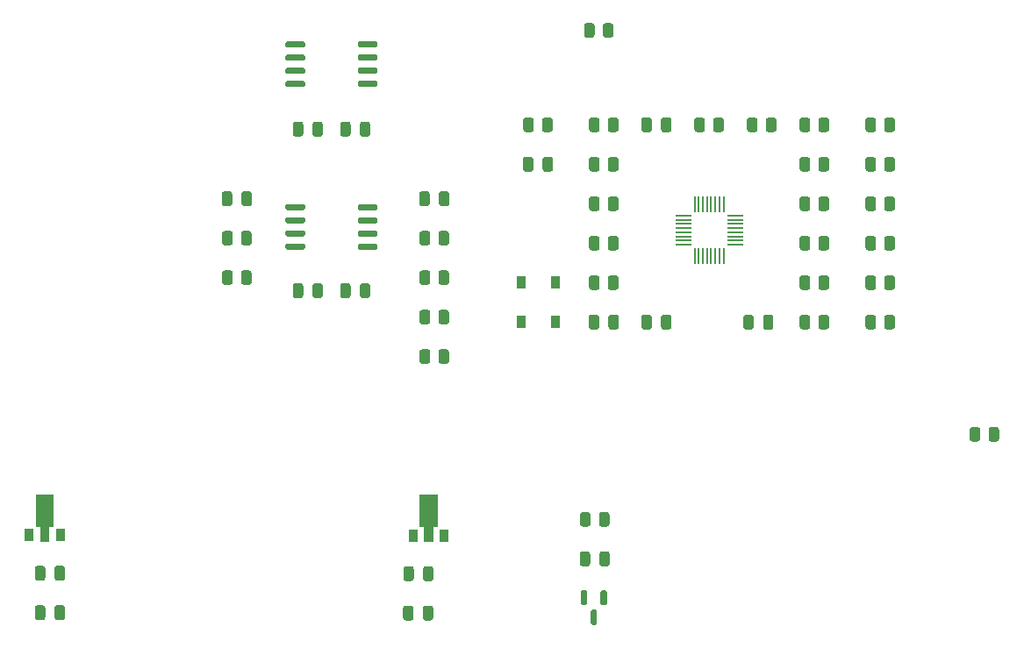
<source format=gbp>
G04 #@! TF.GenerationSoftware,KiCad,Pcbnew,6.0.5+dfsg-1~bpo11+1*
G04 #@! TF.CreationDate,2022-07-21T21:01:22+00:00*
G04 #@! TF.ProjectId,mod_osc_board,6d6f645f-6f73-4635-9f62-6f6172642e6b,0*
G04 #@! TF.SameCoordinates,Original*
G04 #@! TF.FileFunction,Paste,Bot*
G04 #@! TF.FilePolarity,Positive*
%FSLAX46Y46*%
G04 Gerber Fmt 4.6, Leading zero omitted, Abs format (unit mm)*
G04 Created by KiCad (PCBNEW 6.0.5+dfsg-1~bpo11+1) date 2022-07-21 21:01:22*
%MOMM*%
%LPD*%
G01*
G04 APERTURE LIST*
%ADD10R,0.900000X1.200000*%
%ADD11R,0.900000X1.300000*%
%ADD12R,1.500000X0.200000*%
%ADD13R,0.200000X1.500000*%
G04 APERTURE END LIST*
D10*
X150849600Y-103078400D03*
X147549600Y-103078400D03*
G36*
G01*
X137777400Y-95408600D02*
X137777400Y-94508600D01*
G75*
G02*
X138027400Y-94258600I250000J0D01*
G01*
X138552400Y-94258600D01*
G75*
G02*
X138802400Y-94508600I0J-250000D01*
G01*
X138802400Y-95408600D01*
G75*
G02*
X138552400Y-95658600I-250000J0D01*
G01*
X138027400Y-95658600D01*
G75*
G02*
X137777400Y-95408600I0J250000D01*
G01*
G37*
G36*
G01*
X139602400Y-95408600D02*
X139602400Y-94508600D01*
G75*
G02*
X139852400Y-94258600I250000J0D01*
G01*
X140377400Y-94258600D01*
G75*
G02*
X140627400Y-94508600I0J-250000D01*
G01*
X140627400Y-95408600D01*
G75*
G02*
X140377400Y-95658600I-250000J0D01*
G01*
X139852400Y-95658600D01*
G75*
G02*
X139602400Y-95408600I0J250000D01*
G01*
G37*
G36*
G01*
X156974600Y-95008400D02*
X156974600Y-95908400D01*
G75*
G02*
X156724600Y-96158400I-250000J0D01*
G01*
X156199600Y-96158400D01*
G75*
G02*
X155949600Y-95908400I0J250000D01*
G01*
X155949600Y-95008400D01*
G75*
G02*
X156199600Y-94758400I250000J0D01*
G01*
X156724600Y-94758400D01*
G75*
G02*
X156974600Y-95008400I0J-250000D01*
G01*
G37*
G36*
G01*
X155149600Y-95008400D02*
X155149600Y-95908400D01*
G75*
G02*
X154899600Y-96158400I-250000J0D01*
G01*
X154374600Y-96158400D01*
G75*
G02*
X154124600Y-95908400I0J250000D01*
G01*
X154124600Y-95008400D01*
G75*
G02*
X154374600Y-94758400I250000J0D01*
G01*
X154899600Y-94758400D01*
G75*
G02*
X155149600Y-95008400I0J-250000D01*
G01*
G37*
G36*
G01*
X103558000Y-126847300D02*
X103558000Y-127797300D01*
G75*
G02*
X103308000Y-128047300I-250000J0D01*
G01*
X102808000Y-128047300D01*
G75*
G02*
X102558000Y-127797300I0J250000D01*
G01*
X102558000Y-126847300D01*
G75*
G02*
X102808000Y-126597300I250000J0D01*
G01*
X103308000Y-126597300D01*
G75*
G02*
X103558000Y-126847300I0J-250000D01*
G01*
G37*
G36*
G01*
X101658000Y-126847300D02*
X101658000Y-127797300D01*
G75*
G02*
X101408000Y-128047300I-250000J0D01*
G01*
X100908000Y-128047300D01*
G75*
G02*
X100658000Y-127797300I0J250000D01*
G01*
X100658000Y-126847300D01*
G75*
G02*
X100908000Y-126597300I250000J0D01*
G01*
X101408000Y-126597300D01*
G75*
G02*
X101658000Y-126847300I0J-250000D01*
G01*
G37*
G36*
G01*
X180794600Y-88288400D02*
X180794600Y-87388400D01*
G75*
G02*
X181044600Y-87138400I250000J0D01*
G01*
X181569600Y-87138400D01*
G75*
G02*
X181819600Y-87388400I0J-250000D01*
G01*
X181819600Y-88288400D01*
G75*
G02*
X181569600Y-88538400I-250000J0D01*
G01*
X181044600Y-88538400D01*
G75*
G02*
X180794600Y-88288400I0J250000D01*
G01*
G37*
G36*
G01*
X182619600Y-88288400D02*
X182619600Y-87388400D01*
G75*
G02*
X182869600Y-87138400I250000J0D01*
G01*
X183394600Y-87138400D01*
G75*
G02*
X183644600Y-87388400I0J-250000D01*
G01*
X183644600Y-88288400D01*
G75*
G02*
X183394600Y-88538400I-250000J0D01*
G01*
X182869600Y-88538400D01*
G75*
G02*
X182619600Y-88288400I0J250000D01*
G01*
G37*
G36*
G01*
X162079600Y-102603400D02*
X162079600Y-103553400D01*
G75*
G02*
X161829600Y-103803400I-250000J0D01*
G01*
X161329600Y-103803400D01*
G75*
G02*
X161079600Y-103553400I0J250000D01*
G01*
X161079600Y-102603400D01*
G75*
G02*
X161329600Y-102353400I250000J0D01*
G01*
X161829600Y-102353400D01*
G75*
G02*
X162079600Y-102603400I0J-250000D01*
G01*
G37*
G36*
G01*
X160179600Y-102603400D02*
X160179600Y-103553400D01*
G75*
G02*
X159929600Y-103803400I-250000J0D01*
G01*
X159429600Y-103803400D01*
G75*
G02*
X159179600Y-103553400I0J250000D01*
G01*
X159179600Y-102603400D01*
G75*
G02*
X159429600Y-102353400I250000J0D01*
G01*
X159929600Y-102353400D01*
G75*
G02*
X160179600Y-102603400I0J-250000D01*
G01*
G37*
G36*
G01*
X128450000Y-99563600D02*
X128450000Y-100513600D01*
G75*
G02*
X128200000Y-100763600I-250000J0D01*
G01*
X127700000Y-100763600D01*
G75*
G02*
X127450000Y-100513600I0J250000D01*
G01*
X127450000Y-99563600D01*
G75*
G02*
X127700000Y-99313600I250000J0D01*
G01*
X128200000Y-99313600D01*
G75*
G02*
X128450000Y-99563600I0J-250000D01*
G01*
G37*
G36*
G01*
X126550000Y-99563600D02*
X126550000Y-100513600D01*
G75*
G02*
X126300000Y-100763600I-250000J0D01*
G01*
X125800000Y-100763600D01*
G75*
G02*
X125550000Y-100513600I0J250000D01*
G01*
X125550000Y-99563600D01*
G75*
G02*
X125800000Y-99313600I250000J0D01*
G01*
X126300000Y-99313600D01*
G75*
G02*
X126550000Y-99563600I0J-250000D01*
G01*
G37*
G36*
G01*
X137752400Y-91623600D02*
X137752400Y-90673600D01*
G75*
G02*
X138002400Y-90423600I250000J0D01*
G01*
X138502400Y-90423600D01*
G75*
G02*
X138752400Y-90673600I0J-250000D01*
G01*
X138752400Y-91623600D01*
G75*
G02*
X138502400Y-91873600I-250000J0D01*
G01*
X138002400Y-91873600D01*
G75*
G02*
X137752400Y-91623600I0J250000D01*
G01*
G37*
G36*
G01*
X139652400Y-91623600D02*
X139652400Y-90673600D01*
G75*
G02*
X139902400Y-90423600I250000J0D01*
G01*
X140402400Y-90423600D01*
G75*
G02*
X140652400Y-90673600I0J-250000D01*
G01*
X140652400Y-91623600D01*
G75*
G02*
X140402400Y-91873600I-250000J0D01*
G01*
X139902400Y-91873600D01*
G75*
G02*
X139652400Y-91623600I0J250000D01*
G01*
G37*
G36*
G01*
X133736000Y-91828600D02*
X133736000Y-92128600D01*
G75*
G02*
X133586000Y-92278600I-150000J0D01*
G01*
X131986000Y-92278600D01*
G75*
G02*
X131836000Y-92128600I0J150000D01*
G01*
X131836000Y-91828600D01*
G75*
G02*
X131986000Y-91678600I150000J0D01*
G01*
X133586000Y-91678600D01*
G75*
G02*
X133736000Y-91828600I0J-150000D01*
G01*
G37*
G36*
G01*
X133736000Y-93098600D02*
X133736000Y-93398600D01*
G75*
G02*
X133586000Y-93548600I-150000J0D01*
G01*
X131986000Y-93548600D01*
G75*
G02*
X131836000Y-93398600I0J150000D01*
G01*
X131836000Y-93098600D01*
G75*
G02*
X131986000Y-92948600I150000J0D01*
G01*
X133586000Y-92948600D01*
G75*
G02*
X133736000Y-93098600I0J-150000D01*
G01*
G37*
G36*
G01*
X133736000Y-94368600D02*
X133736000Y-94668600D01*
G75*
G02*
X133586000Y-94818600I-150000J0D01*
G01*
X131986000Y-94818600D01*
G75*
G02*
X131836000Y-94668600I0J150000D01*
G01*
X131836000Y-94368600D01*
G75*
G02*
X131986000Y-94218600I150000J0D01*
G01*
X133586000Y-94218600D01*
G75*
G02*
X133736000Y-94368600I0J-150000D01*
G01*
G37*
G36*
G01*
X133736000Y-95638600D02*
X133736000Y-95938600D01*
G75*
G02*
X133586000Y-96088600I-150000J0D01*
G01*
X131986000Y-96088600D01*
G75*
G02*
X131836000Y-95938600I0J150000D01*
G01*
X131836000Y-95638600D01*
G75*
G02*
X131986000Y-95488600I150000J0D01*
G01*
X133586000Y-95488600D01*
G75*
G02*
X133736000Y-95638600I0J-150000D01*
G01*
G37*
G36*
G01*
X126736000Y-95638600D02*
X126736000Y-95938600D01*
G75*
G02*
X126586000Y-96088600I-150000J0D01*
G01*
X124986000Y-96088600D01*
G75*
G02*
X124836000Y-95938600I0J150000D01*
G01*
X124836000Y-95638600D01*
G75*
G02*
X124986000Y-95488600I150000J0D01*
G01*
X126586000Y-95488600D01*
G75*
G02*
X126736000Y-95638600I0J-150000D01*
G01*
G37*
G36*
G01*
X126736000Y-94368600D02*
X126736000Y-94668600D01*
G75*
G02*
X126586000Y-94818600I-150000J0D01*
G01*
X124986000Y-94818600D01*
G75*
G02*
X124836000Y-94668600I0J150000D01*
G01*
X124836000Y-94368600D01*
G75*
G02*
X124986000Y-94218600I150000J0D01*
G01*
X126586000Y-94218600D01*
G75*
G02*
X126736000Y-94368600I0J-150000D01*
G01*
G37*
G36*
G01*
X126736000Y-93098600D02*
X126736000Y-93398600D01*
G75*
G02*
X126586000Y-93548600I-150000J0D01*
G01*
X124986000Y-93548600D01*
G75*
G02*
X124836000Y-93398600I0J150000D01*
G01*
X124836000Y-93098600D01*
G75*
G02*
X124986000Y-92948600I150000J0D01*
G01*
X126586000Y-92948600D01*
G75*
G02*
X126736000Y-93098600I0J-150000D01*
G01*
G37*
G36*
G01*
X126736000Y-91828600D02*
X126736000Y-92128600D01*
G75*
G02*
X126586000Y-92278600I-150000J0D01*
G01*
X124986000Y-92278600D01*
G75*
G02*
X124836000Y-92128600I0J150000D01*
G01*
X124836000Y-91828600D01*
G75*
G02*
X124986000Y-91678600I150000J0D01*
G01*
X126586000Y-91678600D01*
G75*
G02*
X126736000Y-91828600I0J-150000D01*
G01*
G37*
D11*
X103100000Y-123638300D03*
G36*
X102466500Y-119688300D02*
G01*
X102466500Y-122813300D01*
X102050000Y-122813300D01*
X102050000Y-124288300D01*
X101150000Y-124288300D01*
X101150000Y-122813300D01*
X100733500Y-122813300D01*
X100733500Y-119688300D01*
X102466500Y-119688300D01*
G37*
X100100000Y-123638300D03*
G36*
G01*
X153261000Y-122569300D02*
X153261000Y-121669300D01*
G75*
G02*
X153511000Y-121419300I250000J0D01*
G01*
X154036000Y-121419300D01*
G75*
G02*
X154286000Y-121669300I0J-250000D01*
G01*
X154286000Y-122569300D01*
G75*
G02*
X154036000Y-122819300I-250000J0D01*
G01*
X153511000Y-122819300D01*
G75*
G02*
X153261000Y-122569300I0J250000D01*
G01*
G37*
G36*
G01*
X155086000Y-122569300D02*
X155086000Y-121669300D01*
G75*
G02*
X155336000Y-121419300I250000J0D01*
G01*
X155861000Y-121419300D01*
G75*
G02*
X156111000Y-121669300I0J-250000D01*
G01*
X156111000Y-122569300D01*
G75*
G02*
X155861000Y-122819300I-250000J0D01*
G01*
X155336000Y-122819300D01*
G75*
G02*
X155086000Y-122569300I0J250000D01*
G01*
G37*
G36*
G01*
X180794600Y-95908400D02*
X180794600Y-95008400D01*
G75*
G02*
X181044600Y-94758400I250000J0D01*
G01*
X181569600Y-94758400D01*
G75*
G02*
X181819600Y-95008400I0J-250000D01*
G01*
X181819600Y-95908400D01*
G75*
G02*
X181569600Y-96158400I-250000J0D01*
G01*
X181044600Y-96158400D01*
G75*
G02*
X180794600Y-95908400I0J250000D01*
G01*
G37*
G36*
G01*
X182619600Y-95908400D02*
X182619600Y-95008400D01*
G75*
G02*
X182869600Y-94758400I250000J0D01*
G01*
X183394600Y-94758400D01*
G75*
G02*
X183644600Y-95008400I0J-250000D01*
G01*
X183644600Y-95908400D01*
G75*
G02*
X183394600Y-96158400I-250000J0D01*
G01*
X182869600Y-96158400D01*
G75*
G02*
X182619600Y-95908400I0J250000D01*
G01*
G37*
G36*
G01*
X136218000Y-127835800D02*
X136218000Y-126885800D01*
G75*
G02*
X136468000Y-126635800I250000J0D01*
G01*
X136968000Y-126635800D01*
G75*
G02*
X137218000Y-126885800I0J-250000D01*
G01*
X137218000Y-127835800D01*
G75*
G02*
X136968000Y-128085800I-250000J0D01*
G01*
X136468000Y-128085800D01*
G75*
G02*
X136218000Y-127835800I0J250000D01*
G01*
G37*
G36*
G01*
X138118000Y-127835800D02*
X138118000Y-126885800D01*
G75*
G02*
X138368000Y-126635800I250000J0D01*
G01*
X138868000Y-126635800D01*
G75*
G02*
X139118000Y-126885800I0J-250000D01*
G01*
X139118000Y-127835800D01*
G75*
G02*
X138868000Y-128085800I-250000J0D01*
G01*
X138368000Y-128085800D01*
G75*
G02*
X138118000Y-127835800I0J250000D01*
G01*
G37*
G36*
G01*
X162079600Y-83553400D02*
X162079600Y-84503400D01*
G75*
G02*
X161829600Y-84753400I-250000J0D01*
G01*
X161329600Y-84753400D01*
G75*
G02*
X161079600Y-84503400I0J250000D01*
G01*
X161079600Y-83553400D01*
G75*
G02*
X161329600Y-83303400I250000J0D01*
G01*
X161829600Y-83303400D01*
G75*
G02*
X162079600Y-83553400I0J-250000D01*
G01*
G37*
G36*
G01*
X160179600Y-83553400D02*
X160179600Y-84503400D01*
G75*
G02*
X159929600Y-84753400I-250000J0D01*
G01*
X159429600Y-84753400D01*
G75*
G02*
X159179600Y-84503400I0J250000D01*
G01*
X159179600Y-83553400D01*
G75*
G02*
X159429600Y-83303400I250000J0D01*
G01*
X159929600Y-83303400D01*
G75*
G02*
X160179600Y-83553400I0J-250000D01*
G01*
G37*
G36*
G01*
X156974600Y-91198400D02*
X156974600Y-92098400D01*
G75*
G02*
X156724600Y-92348400I-250000J0D01*
G01*
X156199600Y-92348400D01*
G75*
G02*
X155949600Y-92098400I0J250000D01*
G01*
X155949600Y-91198400D01*
G75*
G02*
X156199600Y-90948400I250000J0D01*
G01*
X156724600Y-90948400D01*
G75*
G02*
X156974600Y-91198400I0J-250000D01*
G01*
G37*
G36*
G01*
X155149600Y-91198400D02*
X155149600Y-92098400D01*
G75*
G02*
X154899600Y-92348400I-250000J0D01*
G01*
X154374600Y-92348400D01*
G75*
G02*
X154124600Y-92098400I0J250000D01*
G01*
X154124600Y-91198400D01*
G75*
G02*
X154374600Y-90948400I250000J0D01*
G01*
X154899600Y-90948400D01*
G75*
G02*
X155149600Y-91198400I0J-250000D01*
G01*
G37*
G36*
G01*
X133022000Y-99563600D02*
X133022000Y-100513600D01*
G75*
G02*
X132772000Y-100763600I-250000J0D01*
G01*
X132272000Y-100763600D01*
G75*
G02*
X132022000Y-100513600I0J250000D01*
G01*
X132022000Y-99563600D01*
G75*
G02*
X132272000Y-99313600I250000J0D01*
G01*
X132772000Y-99313600D01*
G75*
G02*
X133022000Y-99563600I0J-250000D01*
G01*
G37*
G36*
G01*
X131122000Y-99563600D02*
X131122000Y-100513600D01*
G75*
G02*
X130872000Y-100763600I-250000J0D01*
G01*
X130372000Y-100763600D01*
G75*
G02*
X130122000Y-100513600I0J250000D01*
G01*
X130122000Y-99563600D01*
G75*
G02*
X130372000Y-99313600I250000J0D01*
G01*
X130872000Y-99313600D01*
G75*
G02*
X131122000Y-99563600I0J-250000D01*
G01*
G37*
G36*
G01*
X177294600Y-83578400D02*
X177294600Y-84478400D01*
G75*
G02*
X177044600Y-84728400I-250000J0D01*
G01*
X176519600Y-84728400D01*
G75*
G02*
X176269600Y-84478400I0J250000D01*
G01*
X176269600Y-83578400D01*
G75*
G02*
X176519600Y-83328400I250000J0D01*
G01*
X177044600Y-83328400D01*
G75*
G02*
X177294600Y-83578400I0J-250000D01*
G01*
G37*
G36*
G01*
X175469600Y-83578400D02*
X175469600Y-84478400D01*
G75*
G02*
X175219600Y-84728400I-250000J0D01*
G01*
X174694600Y-84728400D01*
G75*
G02*
X174444600Y-84478400I0J250000D01*
G01*
X174444600Y-83578400D01*
G75*
G02*
X174694600Y-83328400I250000J0D01*
G01*
X175219600Y-83328400D01*
G75*
G02*
X175469600Y-83578400I0J-250000D01*
G01*
G37*
G36*
G01*
X118727400Y-99218600D02*
X118727400Y-98318600D01*
G75*
G02*
X118977400Y-98068600I250000J0D01*
G01*
X119502400Y-98068600D01*
G75*
G02*
X119752400Y-98318600I0J-250000D01*
G01*
X119752400Y-99218600D01*
G75*
G02*
X119502400Y-99468600I-250000J0D01*
G01*
X118977400Y-99468600D01*
G75*
G02*
X118727400Y-99218600I0J250000D01*
G01*
G37*
G36*
G01*
X120552400Y-99218600D02*
X120552400Y-98318600D01*
G75*
G02*
X120802400Y-98068600I250000J0D01*
G01*
X121327400Y-98068600D01*
G75*
G02*
X121577400Y-98318600I0J-250000D01*
G01*
X121577400Y-99218600D01*
G75*
G02*
X121327400Y-99468600I-250000J0D01*
G01*
X120802400Y-99468600D01*
G75*
G02*
X120552400Y-99218600I0J250000D01*
G01*
G37*
G36*
G01*
X140627400Y-105938600D02*
X140627400Y-106838600D01*
G75*
G02*
X140377400Y-107088600I-250000J0D01*
G01*
X139852400Y-107088600D01*
G75*
G02*
X139602400Y-106838600I0J250000D01*
G01*
X139602400Y-105938600D01*
G75*
G02*
X139852400Y-105688600I250000J0D01*
G01*
X140377400Y-105688600D01*
G75*
G02*
X140627400Y-105938600I0J-250000D01*
G01*
G37*
G36*
G01*
X138802400Y-105938600D02*
X138802400Y-106838600D01*
G75*
G02*
X138552400Y-107088600I-250000J0D01*
G01*
X138027400Y-107088600D01*
G75*
G02*
X137777400Y-106838600I0J250000D01*
G01*
X137777400Y-105938600D01*
G75*
G02*
X138027400Y-105688600I250000J0D01*
G01*
X138552400Y-105688600D01*
G75*
G02*
X138802400Y-105938600I0J-250000D01*
G01*
G37*
G36*
G01*
X133736000Y-76106000D02*
X133736000Y-76406000D01*
G75*
G02*
X133586000Y-76556000I-150000J0D01*
G01*
X131986000Y-76556000D01*
G75*
G02*
X131836000Y-76406000I0J150000D01*
G01*
X131836000Y-76106000D01*
G75*
G02*
X131986000Y-75956000I150000J0D01*
G01*
X133586000Y-75956000D01*
G75*
G02*
X133736000Y-76106000I0J-150000D01*
G01*
G37*
G36*
G01*
X133736000Y-77376000D02*
X133736000Y-77676000D01*
G75*
G02*
X133586000Y-77826000I-150000J0D01*
G01*
X131986000Y-77826000D01*
G75*
G02*
X131836000Y-77676000I0J150000D01*
G01*
X131836000Y-77376000D01*
G75*
G02*
X131986000Y-77226000I150000J0D01*
G01*
X133586000Y-77226000D01*
G75*
G02*
X133736000Y-77376000I0J-150000D01*
G01*
G37*
G36*
G01*
X133736000Y-78646000D02*
X133736000Y-78946000D01*
G75*
G02*
X133586000Y-79096000I-150000J0D01*
G01*
X131986000Y-79096000D01*
G75*
G02*
X131836000Y-78946000I0J150000D01*
G01*
X131836000Y-78646000D01*
G75*
G02*
X131986000Y-78496000I150000J0D01*
G01*
X133586000Y-78496000D01*
G75*
G02*
X133736000Y-78646000I0J-150000D01*
G01*
G37*
G36*
G01*
X133736000Y-79916000D02*
X133736000Y-80216000D01*
G75*
G02*
X133586000Y-80366000I-150000J0D01*
G01*
X131986000Y-80366000D01*
G75*
G02*
X131836000Y-80216000I0J150000D01*
G01*
X131836000Y-79916000D01*
G75*
G02*
X131986000Y-79766000I150000J0D01*
G01*
X133586000Y-79766000D01*
G75*
G02*
X133736000Y-79916000I0J-150000D01*
G01*
G37*
G36*
G01*
X126736000Y-79916000D02*
X126736000Y-80216000D01*
G75*
G02*
X126586000Y-80366000I-150000J0D01*
G01*
X124986000Y-80366000D01*
G75*
G02*
X124836000Y-80216000I0J150000D01*
G01*
X124836000Y-79916000D01*
G75*
G02*
X124986000Y-79766000I150000J0D01*
G01*
X126586000Y-79766000D01*
G75*
G02*
X126736000Y-79916000I0J-150000D01*
G01*
G37*
G36*
G01*
X126736000Y-78646000D02*
X126736000Y-78946000D01*
G75*
G02*
X126586000Y-79096000I-150000J0D01*
G01*
X124986000Y-79096000D01*
G75*
G02*
X124836000Y-78946000I0J150000D01*
G01*
X124836000Y-78646000D01*
G75*
G02*
X124986000Y-78496000I150000J0D01*
G01*
X126586000Y-78496000D01*
G75*
G02*
X126736000Y-78646000I0J-150000D01*
G01*
G37*
G36*
G01*
X126736000Y-77376000D02*
X126736000Y-77676000D01*
G75*
G02*
X126586000Y-77826000I-150000J0D01*
G01*
X124986000Y-77826000D01*
G75*
G02*
X124836000Y-77676000I0J150000D01*
G01*
X124836000Y-77376000D01*
G75*
G02*
X124986000Y-77226000I150000J0D01*
G01*
X126586000Y-77226000D01*
G75*
G02*
X126736000Y-77376000I0J-150000D01*
G01*
G37*
G36*
G01*
X126736000Y-76106000D02*
X126736000Y-76406000D01*
G75*
G02*
X126586000Y-76556000I-150000J0D01*
G01*
X124986000Y-76556000D01*
G75*
G02*
X124836000Y-76406000I0J150000D01*
G01*
X124836000Y-76106000D01*
G75*
G02*
X124986000Y-75956000I150000J0D01*
G01*
X126586000Y-75956000D01*
G75*
G02*
X126736000Y-76106000I0J-150000D01*
G01*
G37*
G36*
G01*
X167134600Y-83578400D02*
X167134600Y-84478400D01*
G75*
G02*
X166884600Y-84728400I-250000J0D01*
G01*
X166359600Y-84728400D01*
G75*
G02*
X166109600Y-84478400I0J250000D01*
G01*
X166109600Y-83578400D01*
G75*
G02*
X166359600Y-83328400I250000J0D01*
G01*
X166884600Y-83328400D01*
G75*
G02*
X167134600Y-83578400I0J-250000D01*
G01*
G37*
G36*
G01*
X165309600Y-83578400D02*
X165309600Y-84478400D01*
G75*
G02*
X165059600Y-84728400I-250000J0D01*
G01*
X164534600Y-84728400D01*
G75*
G02*
X164284600Y-84478400I0J250000D01*
G01*
X164284600Y-83578400D01*
G75*
G02*
X164534600Y-83328400I250000J0D01*
G01*
X165059600Y-83328400D01*
G75*
G02*
X165309600Y-83578400I0J-250000D01*
G01*
G37*
G36*
G01*
X121577400Y-94508600D02*
X121577400Y-95408600D01*
G75*
G02*
X121327400Y-95658600I-250000J0D01*
G01*
X120802400Y-95658600D01*
G75*
G02*
X120552400Y-95408600I0J250000D01*
G01*
X120552400Y-94508600D01*
G75*
G02*
X120802400Y-94258600I250000J0D01*
G01*
X121327400Y-94258600D01*
G75*
G02*
X121577400Y-94508600I0J-250000D01*
G01*
G37*
G36*
G01*
X119752400Y-94508600D02*
X119752400Y-95408600D01*
G75*
G02*
X119502400Y-95658600I-250000J0D01*
G01*
X118977400Y-95658600D01*
G75*
G02*
X118727400Y-95408600I0J250000D01*
G01*
X118727400Y-94508600D01*
G75*
G02*
X118977400Y-94258600I250000J0D01*
G01*
X119502400Y-94258600D01*
G75*
G02*
X119752400Y-94508600I0J-250000D01*
G01*
G37*
G36*
G01*
X103558000Y-130657300D02*
X103558000Y-131607300D01*
G75*
G02*
X103308000Y-131857300I-250000J0D01*
G01*
X102808000Y-131857300D01*
G75*
G02*
X102558000Y-131607300I0J250000D01*
G01*
X102558000Y-130657300D01*
G75*
G02*
X102808000Y-130407300I250000J0D01*
G01*
X103308000Y-130407300D01*
G75*
G02*
X103558000Y-130657300I0J-250000D01*
G01*
G37*
G36*
G01*
X101658000Y-130657300D02*
X101658000Y-131607300D01*
G75*
G02*
X101408000Y-131857300I-250000J0D01*
G01*
X100908000Y-131857300D01*
G75*
G02*
X100658000Y-131607300I0J250000D01*
G01*
X100658000Y-130657300D01*
G75*
G02*
X100908000Y-130407300I250000J0D01*
G01*
X101408000Y-130407300D01*
G75*
G02*
X101658000Y-130657300I0J-250000D01*
G01*
G37*
G36*
G01*
X180794600Y-99718400D02*
X180794600Y-98818400D01*
G75*
G02*
X181044600Y-98568400I250000J0D01*
G01*
X181569600Y-98568400D01*
G75*
G02*
X181819600Y-98818400I0J-250000D01*
G01*
X181819600Y-99718400D01*
G75*
G02*
X181569600Y-99968400I-250000J0D01*
G01*
X181044600Y-99968400D01*
G75*
G02*
X180794600Y-99718400I0J250000D01*
G01*
G37*
G36*
G01*
X182619600Y-99718400D02*
X182619600Y-98818400D01*
G75*
G02*
X182869600Y-98568400I250000J0D01*
G01*
X183394600Y-98568400D01*
G75*
G02*
X183644600Y-98818400I0J-250000D01*
G01*
X183644600Y-99718400D01*
G75*
G02*
X183394600Y-99968400I-250000J0D01*
G01*
X182869600Y-99968400D01*
G75*
G02*
X182619600Y-99718400I0J250000D01*
G01*
G37*
G36*
G01*
X177294600Y-87388400D02*
X177294600Y-88288400D01*
G75*
G02*
X177044600Y-88538400I-250000J0D01*
G01*
X176519600Y-88538400D01*
G75*
G02*
X176269600Y-88288400I0J250000D01*
G01*
X176269600Y-87388400D01*
G75*
G02*
X176519600Y-87138400I250000J0D01*
G01*
X177044600Y-87138400D01*
G75*
G02*
X177294600Y-87388400I0J-250000D01*
G01*
G37*
G36*
G01*
X175469600Y-87388400D02*
X175469600Y-88288400D01*
G75*
G02*
X175219600Y-88538400I-250000J0D01*
G01*
X174694600Y-88538400D01*
G75*
G02*
X174444600Y-88288400I0J250000D01*
G01*
X174444600Y-87388400D01*
G75*
G02*
X174694600Y-87138400I250000J0D01*
G01*
X175219600Y-87138400D01*
G75*
G02*
X175469600Y-87388400I0J-250000D01*
G01*
G37*
D12*
X168209600Y-92788400D03*
X168209600Y-93188400D03*
X168209600Y-93588400D03*
X168209600Y-93988400D03*
X168209600Y-94388400D03*
X168209600Y-94788400D03*
X168209600Y-95188400D03*
X168209600Y-95588400D03*
D13*
X167109600Y-96688400D03*
X166709600Y-96688400D03*
X166309600Y-96688400D03*
X165909600Y-96688400D03*
X165509600Y-96688400D03*
X165109600Y-96688400D03*
X164709600Y-96688400D03*
X164309600Y-96688400D03*
D12*
X163209600Y-95588400D03*
X163209600Y-95188400D03*
X163209600Y-94788400D03*
X163209600Y-94388400D03*
X163209600Y-93988400D03*
X163209600Y-93588400D03*
X163209600Y-93188400D03*
X163209600Y-92788400D03*
D13*
X164309600Y-91688400D03*
X164709600Y-91688400D03*
X165109600Y-91688400D03*
X165509600Y-91688400D03*
X165909600Y-91688400D03*
X166309600Y-91688400D03*
X166709600Y-91688400D03*
X167109600Y-91688400D03*
G36*
G01*
X174444600Y-95908400D02*
X174444600Y-95008400D01*
G75*
G02*
X174694600Y-94758400I250000J0D01*
G01*
X175219600Y-94758400D01*
G75*
G02*
X175469600Y-95008400I0J-250000D01*
G01*
X175469600Y-95908400D01*
G75*
G02*
X175219600Y-96158400I-250000J0D01*
G01*
X174694600Y-96158400D01*
G75*
G02*
X174444600Y-95908400I0J250000D01*
G01*
G37*
G36*
G01*
X176269600Y-95908400D02*
X176269600Y-95008400D01*
G75*
G02*
X176519600Y-94758400I250000J0D01*
G01*
X177044600Y-94758400D01*
G75*
G02*
X177294600Y-95008400I0J-250000D01*
G01*
X177294600Y-95908400D01*
G75*
G02*
X177044600Y-96158400I-250000J0D01*
G01*
X176519600Y-96158400D01*
G75*
G02*
X176269600Y-95908400I0J250000D01*
G01*
G37*
G36*
G01*
X190853000Y-114348800D02*
X190853000Y-113448800D01*
G75*
G02*
X191103000Y-113198800I250000J0D01*
G01*
X191628000Y-113198800D01*
G75*
G02*
X191878000Y-113448800I0J-250000D01*
G01*
X191878000Y-114348800D01*
G75*
G02*
X191628000Y-114598800I-250000J0D01*
G01*
X191103000Y-114598800D01*
G75*
G02*
X190853000Y-114348800I0J250000D01*
G01*
G37*
G36*
G01*
X192678000Y-114348800D02*
X192678000Y-113448800D01*
G75*
G02*
X192928000Y-113198800I250000J0D01*
G01*
X193453000Y-113198800D01*
G75*
G02*
X193703000Y-113448800I0J-250000D01*
G01*
X193703000Y-114348800D01*
G75*
G02*
X193453000Y-114598800I-250000J0D01*
G01*
X192928000Y-114598800D01*
G75*
G02*
X192678000Y-114348800I0J250000D01*
G01*
G37*
G36*
G01*
X128450000Y-83959800D02*
X128450000Y-84909800D01*
G75*
G02*
X128200000Y-85159800I-250000J0D01*
G01*
X127700000Y-85159800D01*
G75*
G02*
X127450000Y-84909800I0J250000D01*
G01*
X127450000Y-83959800D01*
G75*
G02*
X127700000Y-83709800I250000J0D01*
G01*
X128200000Y-83709800D01*
G75*
G02*
X128450000Y-83959800I0J-250000D01*
G01*
G37*
G36*
G01*
X126550000Y-83959800D02*
X126550000Y-84909800D01*
G75*
G02*
X126300000Y-85159800I-250000J0D01*
G01*
X125800000Y-85159800D01*
G75*
G02*
X125550000Y-84909800I0J250000D01*
G01*
X125550000Y-83959800D01*
G75*
G02*
X125800000Y-83709800I250000J0D01*
G01*
X126300000Y-83709800D01*
G75*
G02*
X126550000Y-83959800I0J-250000D01*
G01*
G37*
G36*
G01*
X177294600Y-98818400D02*
X177294600Y-99718400D01*
G75*
G02*
X177044600Y-99968400I-250000J0D01*
G01*
X176519600Y-99968400D01*
G75*
G02*
X176269600Y-99718400I0J250000D01*
G01*
X176269600Y-98818400D01*
G75*
G02*
X176519600Y-98568400I250000J0D01*
G01*
X177044600Y-98568400D01*
G75*
G02*
X177294600Y-98818400I0J-250000D01*
G01*
G37*
G36*
G01*
X175469600Y-98818400D02*
X175469600Y-99718400D01*
G75*
G02*
X175219600Y-99968400I-250000J0D01*
G01*
X174694600Y-99968400D01*
G75*
G02*
X174444600Y-99718400I0J250000D01*
G01*
X174444600Y-98818400D01*
G75*
G02*
X174694600Y-98568400I250000J0D01*
G01*
X175219600Y-98568400D01*
G75*
G02*
X175469600Y-98818400I0J-250000D01*
G01*
G37*
G36*
G01*
X153494000Y-128946300D02*
X153794000Y-128946300D01*
G75*
G02*
X153944000Y-129096300I0J-150000D01*
G01*
X153944000Y-130271300D01*
G75*
G02*
X153794000Y-130421300I-150000J0D01*
G01*
X153494000Y-130421300D01*
G75*
G02*
X153344000Y-130271300I0J150000D01*
G01*
X153344000Y-129096300D01*
G75*
G02*
X153494000Y-128946300I150000J0D01*
G01*
G37*
G36*
G01*
X155394000Y-128946300D02*
X155694000Y-128946300D01*
G75*
G02*
X155844000Y-129096300I0J-150000D01*
G01*
X155844000Y-130271300D01*
G75*
G02*
X155694000Y-130421300I-150000J0D01*
G01*
X155394000Y-130421300D01*
G75*
G02*
X155244000Y-130271300I0J150000D01*
G01*
X155244000Y-129096300D01*
G75*
G02*
X155394000Y-128946300I150000J0D01*
G01*
G37*
G36*
G01*
X154444000Y-130821300D02*
X154744000Y-130821300D01*
G75*
G02*
X154894000Y-130971300I0J-150000D01*
G01*
X154894000Y-132146300D01*
G75*
G02*
X154744000Y-132296300I-150000J0D01*
G01*
X154444000Y-132296300D01*
G75*
G02*
X154294000Y-132146300I0J150000D01*
G01*
X154294000Y-130971300D01*
G75*
G02*
X154444000Y-130821300I150000J0D01*
G01*
G37*
G36*
G01*
X156974600Y-83578400D02*
X156974600Y-84478400D01*
G75*
G02*
X156724600Y-84728400I-250000J0D01*
G01*
X156199600Y-84728400D01*
G75*
G02*
X155949600Y-84478400I0J250000D01*
G01*
X155949600Y-83578400D01*
G75*
G02*
X156199600Y-83328400I250000J0D01*
G01*
X156724600Y-83328400D01*
G75*
G02*
X156974600Y-83578400I0J-250000D01*
G01*
G37*
G36*
G01*
X155149600Y-83578400D02*
X155149600Y-84478400D01*
G75*
G02*
X154899600Y-84728400I-250000J0D01*
G01*
X154374600Y-84728400D01*
G75*
G02*
X154124600Y-84478400I0J250000D01*
G01*
X154124600Y-83578400D01*
G75*
G02*
X154374600Y-83328400I250000J0D01*
G01*
X154899600Y-83328400D01*
G75*
G02*
X155149600Y-83578400I0J-250000D01*
G01*
G37*
G36*
G01*
X172214600Y-83578400D02*
X172214600Y-84478400D01*
G75*
G02*
X171964600Y-84728400I-250000J0D01*
G01*
X171439600Y-84728400D01*
G75*
G02*
X171189600Y-84478400I0J250000D01*
G01*
X171189600Y-83578400D01*
G75*
G02*
X171439600Y-83328400I250000J0D01*
G01*
X171964600Y-83328400D01*
G75*
G02*
X172214600Y-83578400I0J-250000D01*
G01*
G37*
G36*
G01*
X170389600Y-83578400D02*
X170389600Y-84478400D01*
G75*
G02*
X170139600Y-84728400I-250000J0D01*
G01*
X169614600Y-84728400D01*
G75*
G02*
X169364600Y-84478400I0J250000D01*
G01*
X169364600Y-83578400D01*
G75*
G02*
X169614600Y-83328400I250000J0D01*
G01*
X170139600Y-83328400D01*
G75*
G02*
X170389600Y-83578400I0J-250000D01*
G01*
G37*
G36*
G01*
X156999600Y-102603400D02*
X156999600Y-103553400D01*
G75*
G02*
X156749600Y-103803400I-250000J0D01*
G01*
X156249600Y-103803400D01*
G75*
G02*
X155999600Y-103553400I0J250000D01*
G01*
X155999600Y-102603400D01*
G75*
G02*
X156249600Y-102353400I250000J0D01*
G01*
X156749600Y-102353400D01*
G75*
G02*
X156999600Y-102603400I0J-250000D01*
G01*
G37*
G36*
G01*
X155099600Y-102603400D02*
X155099600Y-103553400D01*
G75*
G02*
X154849600Y-103803400I-250000J0D01*
G01*
X154349600Y-103803400D01*
G75*
G02*
X154099600Y-103553400I0J250000D01*
G01*
X154099600Y-102603400D01*
G75*
G02*
X154349600Y-102353400I250000J0D01*
G01*
X154849600Y-102353400D01*
G75*
G02*
X155099600Y-102603400I0J-250000D01*
G01*
G37*
G36*
G01*
X139094000Y-130695800D02*
X139094000Y-131645800D01*
G75*
G02*
X138844000Y-131895800I-250000J0D01*
G01*
X138344000Y-131895800D01*
G75*
G02*
X138094000Y-131645800I0J250000D01*
G01*
X138094000Y-130695800D01*
G75*
G02*
X138344000Y-130445800I250000J0D01*
G01*
X138844000Y-130445800D01*
G75*
G02*
X139094000Y-130695800I0J-250000D01*
G01*
G37*
G36*
G01*
X137194000Y-130695800D02*
X137194000Y-131645800D01*
G75*
G02*
X136944000Y-131895800I-250000J0D01*
G01*
X136444000Y-131895800D01*
G75*
G02*
X136194000Y-131645800I0J250000D01*
G01*
X136194000Y-130695800D01*
G75*
G02*
X136444000Y-130445800I250000J0D01*
G01*
X136944000Y-130445800D01*
G75*
G02*
X137194000Y-130695800I0J-250000D01*
G01*
G37*
G36*
G01*
X171919600Y-102603400D02*
X171919600Y-103553400D01*
G75*
G02*
X171669600Y-103803400I-250000J0D01*
G01*
X171169600Y-103803400D01*
G75*
G02*
X170919600Y-103553400I0J250000D01*
G01*
X170919600Y-102603400D01*
G75*
G02*
X171169600Y-102353400I250000J0D01*
G01*
X171669600Y-102353400D01*
G75*
G02*
X171919600Y-102603400I0J-250000D01*
G01*
G37*
G36*
G01*
X170019600Y-102603400D02*
X170019600Y-103553400D01*
G75*
G02*
X169769600Y-103803400I-250000J0D01*
G01*
X169269600Y-103803400D01*
G75*
G02*
X169019600Y-103553400I0J250000D01*
G01*
X169019600Y-102603400D01*
G75*
G02*
X169269600Y-102353400I250000J0D01*
G01*
X169769600Y-102353400D01*
G75*
G02*
X170019600Y-102603400I0J-250000D01*
G01*
G37*
G36*
G01*
X177294600Y-102628400D02*
X177294600Y-103528400D01*
G75*
G02*
X177044600Y-103778400I-250000J0D01*
G01*
X176519600Y-103778400D01*
G75*
G02*
X176269600Y-103528400I0J250000D01*
G01*
X176269600Y-102628400D01*
G75*
G02*
X176519600Y-102378400I250000J0D01*
G01*
X177044600Y-102378400D01*
G75*
G02*
X177294600Y-102628400I0J-250000D01*
G01*
G37*
G36*
G01*
X175469600Y-102628400D02*
X175469600Y-103528400D01*
G75*
G02*
X175219600Y-103778400I-250000J0D01*
G01*
X174694600Y-103778400D01*
G75*
G02*
X174444600Y-103528400I0J250000D01*
G01*
X174444600Y-102628400D01*
G75*
G02*
X174694600Y-102378400I250000J0D01*
G01*
X175219600Y-102378400D01*
G75*
G02*
X175469600Y-102628400I0J-250000D01*
G01*
G37*
G36*
G01*
X183644600Y-102628400D02*
X183644600Y-103528400D01*
G75*
G02*
X183394600Y-103778400I-250000J0D01*
G01*
X182869600Y-103778400D01*
G75*
G02*
X182619600Y-103528400I0J250000D01*
G01*
X182619600Y-102628400D01*
G75*
G02*
X182869600Y-102378400I250000J0D01*
G01*
X183394600Y-102378400D01*
G75*
G02*
X183644600Y-102628400I0J-250000D01*
G01*
G37*
G36*
G01*
X181819600Y-102628400D02*
X181819600Y-103528400D01*
G75*
G02*
X181569600Y-103778400I-250000J0D01*
G01*
X181044600Y-103778400D01*
G75*
G02*
X180794600Y-103528400I0J250000D01*
G01*
X180794600Y-102628400D01*
G75*
G02*
X181044600Y-102378400I250000J0D01*
G01*
X181569600Y-102378400D01*
G75*
G02*
X181819600Y-102628400I0J-250000D01*
G01*
G37*
G36*
G01*
X180794600Y-92098400D02*
X180794600Y-91198400D01*
G75*
G02*
X181044600Y-90948400I250000J0D01*
G01*
X181569600Y-90948400D01*
G75*
G02*
X181819600Y-91198400I0J-250000D01*
G01*
X181819600Y-92098400D01*
G75*
G02*
X181569600Y-92348400I-250000J0D01*
G01*
X181044600Y-92348400D01*
G75*
G02*
X180794600Y-92098400I0J250000D01*
G01*
G37*
G36*
G01*
X182619600Y-92098400D02*
X182619600Y-91198400D01*
G75*
G02*
X182869600Y-90948400I250000J0D01*
G01*
X183394600Y-90948400D01*
G75*
G02*
X183644600Y-91198400I0J-250000D01*
G01*
X183644600Y-92098400D01*
G75*
G02*
X183394600Y-92348400I-250000J0D01*
G01*
X182869600Y-92348400D01*
G75*
G02*
X182619600Y-92098400I0J250000D01*
G01*
G37*
G36*
G01*
X156492000Y-74459800D02*
X156492000Y-75359800D01*
G75*
G02*
X156242000Y-75609800I-250000J0D01*
G01*
X155717000Y-75609800D01*
G75*
G02*
X155467000Y-75359800I0J250000D01*
G01*
X155467000Y-74459800D01*
G75*
G02*
X155717000Y-74209800I250000J0D01*
G01*
X156242000Y-74209800D01*
G75*
G02*
X156492000Y-74459800I0J-250000D01*
G01*
G37*
G36*
G01*
X154667000Y-74459800D02*
X154667000Y-75359800D01*
G75*
G02*
X154417000Y-75609800I-250000J0D01*
G01*
X153892000Y-75609800D01*
G75*
G02*
X153642000Y-75359800I0J250000D01*
G01*
X153642000Y-74459800D01*
G75*
G02*
X153892000Y-74209800I250000J0D01*
G01*
X154417000Y-74209800D01*
G75*
G02*
X154667000Y-74459800I0J-250000D01*
G01*
G37*
G36*
G01*
X156974600Y-98818400D02*
X156974600Y-99718400D01*
G75*
G02*
X156724600Y-99968400I-250000J0D01*
G01*
X156199600Y-99968400D01*
G75*
G02*
X155949600Y-99718400I0J250000D01*
G01*
X155949600Y-98818400D01*
G75*
G02*
X156199600Y-98568400I250000J0D01*
G01*
X156724600Y-98568400D01*
G75*
G02*
X156974600Y-98818400I0J-250000D01*
G01*
G37*
G36*
G01*
X155149600Y-98818400D02*
X155149600Y-99718400D01*
G75*
G02*
X154899600Y-99968400I-250000J0D01*
G01*
X154374600Y-99968400D01*
G75*
G02*
X154124600Y-99718400I0J250000D01*
G01*
X154124600Y-98818400D01*
G75*
G02*
X154374600Y-98568400I250000J0D01*
G01*
X154899600Y-98568400D01*
G75*
G02*
X155149600Y-98818400I0J-250000D01*
G01*
G37*
G36*
G01*
X154124600Y-88288400D02*
X154124600Y-87388400D01*
G75*
G02*
X154374600Y-87138400I250000J0D01*
G01*
X154899600Y-87138400D01*
G75*
G02*
X155149600Y-87388400I0J-250000D01*
G01*
X155149600Y-88288400D01*
G75*
G02*
X154899600Y-88538400I-250000J0D01*
G01*
X154374600Y-88538400D01*
G75*
G02*
X154124600Y-88288400I0J250000D01*
G01*
G37*
G36*
G01*
X155949600Y-88288400D02*
X155949600Y-87388400D01*
G75*
G02*
X156199600Y-87138400I250000J0D01*
G01*
X156724600Y-87138400D01*
G75*
G02*
X156974600Y-87388400I0J-250000D01*
G01*
X156974600Y-88288400D01*
G75*
G02*
X156724600Y-88538400I-250000J0D01*
G01*
X156199600Y-88538400D01*
G75*
G02*
X155949600Y-88288400I0J250000D01*
G01*
G37*
G36*
G01*
X153236000Y-126404300D02*
X153236000Y-125454300D01*
G75*
G02*
X153486000Y-125204300I250000J0D01*
G01*
X153986000Y-125204300D01*
G75*
G02*
X154236000Y-125454300I0J-250000D01*
G01*
X154236000Y-126404300D01*
G75*
G02*
X153986000Y-126654300I-250000J0D01*
G01*
X153486000Y-126654300D01*
G75*
G02*
X153236000Y-126404300I0J250000D01*
G01*
G37*
G36*
G01*
X155136000Y-126404300D02*
X155136000Y-125454300D01*
G75*
G02*
X155386000Y-125204300I250000J0D01*
G01*
X155886000Y-125204300D01*
G75*
G02*
X156136000Y-125454300I0J-250000D01*
G01*
X156136000Y-126404300D01*
G75*
G02*
X155886000Y-126654300I-250000J0D01*
G01*
X155386000Y-126654300D01*
G75*
G02*
X155136000Y-126404300I0J250000D01*
G01*
G37*
D10*
X150849600Y-99268400D03*
X147549600Y-99268400D03*
G36*
G01*
X150624600Y-83578400D02*
X150624600Y-84478400D01*
G75*
G02*
X150374600Y-84728400I-250000J0D01*
G01*
X149849600Y-84728400D01*
G75*
G02*
X149599600Y-84478400I0J250000D01*
G01*
X149599600Y-83578400D01*
G75*
G02*
X149849600Y-83328400I250000J0D01*
G01*
X150374600Y-83328400D01*
G75*
G02*
X150624600Y-83578400I0J-250000D01*
G01*
G37*
G36*
G01*
X148799600Y-83578400D02*
X148799600Y-84478400D01*
G75*
G02*
X148549600Y-84728400I-250000J0D01*
G01*
X148024600Y-84728400D01*
G75*
G02*
X147774600Y-84478400I0J250000D01*
G01*
X147774600Y-83578400D01*
G75*
G02*
X148024600Y-83328400I250000J0D01*
G01*
X148549600Y-83328400D01*
G75*
G02*
X148799600Y-83578400I0J-250000D01*
G01*
G37*
G36*
G01*
X183644600Y-83578400D02*
X183644600Y-84478400D01*
G75*
G02*
X183394600Y-84728400I-250000J0D01*
G01*
X182869600Y-84728400D01*
G75*
G02*
X182619600Y-84478400I0J250000D01*
G01*
X182619600Y-83578400D01*
G75*
G02*
X182869600Y-83328400I250000J0D01*
G01*
X183394600Y-83328400D01*
G75*
G02*
X183644600Y-83578400I0J-250000D01*
G01*
G37*
G36*
G01*
X181819600Y-83578400D02*
X181819600Y-84478400D01*
G75*
G02*
X181569600Y-84728400I-250000J0D01*
G01*
X181044600Y-84728400D01*
G75*
G02*
X180794600Y-84478400I0J250000D01*
G01*
X180794600Y-83578400D01*
G75*
G02*
X181044600Y-83328400I250000J0D01*
G01*
X181569600Y-83328400D01*
G75*
G02*
X181819600Y-83578400I0J-250000D01*
G01*
G37*
G36*
G01*
X140627400Y-102128600D02*
X140627400Y-103028600D01*
G75*
G02*
X140377400Y-103278600I-250000J0D01*
G01*
X139852400Y-103278600D01*
G75*
G02*
X139602400Y-103028600I0J250000D01*
G01*
X139602400Y-102128600D01*
G75*
G02*
X139852400Y-101878600I250000J0D01*
G01*
X140377400Y-101878600D01*
G75*
G02*
X140627400Y-102128600I0J-250000D01*
G01*
G37*
G36*
G01*
X138802400Y-102128600D02*
X138802400Y-103028600D01*
G75*
G02*
X138552400Y-103278600I-250000J0D01*
G01*
X138027400Y-103278600D01*
G75*
G02*
X137777400Y-103028600I0J250000D01*
G01*
X137777400Y-102128600D01*
G75*
G02*
X138027400Y-101878600I250000J0D01*
G01*
X138552400Y-101878600D01*
G75*
G02*
X138802400Y-102128600I0J-250000D01*
G01*
G37*
G36*
G01*
X133022000Y-83959800D02*
X133022000Y-84909800D01*
G75*
G02*
X132772000Y-85159800I-250000J0D01*
G01*
X132272000Y-85159800D01*
G75*
G02*
X132022000Y-84909800I0J250000D01*
G01*
X132022000Y-83959800D01*
G75*
G02*
X132272000Y-83709800I250000J0D01*
G01*
X132772000Y-83709800D01*
G75*
G02*
X133022000Y-83959800I0J-250000D01*
G01*
G37*
G36*
G01*
X131122000Y-83959800D02*
X131122000Y-84909800D01*
G75*
G02*
X130872000Y-85159800I-250000J0D01*
G01*
X130372000Y-85159800D01*
G75*
G02*
X130122000Y-84909800I0J250000D01*
G01*
X130122000Y-83959800D01*
G75*
G02*
X130372000Y-83709800I250000J0D01*
G01*
X130872000Y-83709800D01*
G75*
G02*
X131122000Y-83959800I0J-250000D01*
G01*
G37*
G36*
G01*
X121602400Y-90673600D02*
X121602400Y-91623600D01*
G75*
G02*
X121352400Y-91873600I-250000J0D01*
G01*
X120852400Y-91873600D01*
G75*
G02*
X120602400Y-91623600I0J250000D01*
G01*
X120602400Y-90673600D01*
G75*
G02*
X120852400Y-90423600I250000J0D01*
G01*
X121352400Y-90423600D01*
G75*
G02*
X121602400Y-90673600I0J-250000D01*
G01*
G37*
G36*
G01*
X119702400Y-90673600D02*
X119702400Y-91623600D01*
G75*
G02*
X119452400Y-91873600I-250000J0D01*
G01*
X118952400Y-91873600D01*
G75*
G02*
X118702400Y-91623600I0J250000D01*
G01*
X118702400Y-90673600D01*
G75*
G02*
X118952400Y-90423600I250000J0D01*
G01*
X119452400Y-90423600D01*
G75*
G02*
X119702400Y-90673600I0J-250000D01*
G01*
G37*
G36*
G01*
X177294600Y-91198400D02*
X177294600Y-92098400D01*
G75*
G02*
X177044600Y-92348400I-250000J0D01*
G01*
X176519600Y-92348400D01*
G75*
G02*
X176269600Y-92098400I0J250000D01*
G01*
X176269600Y-91198400D01*
G75*
G02*
X176519600Y-90948400I250000J0D01*
G01*
X177044600Y-90948400D01*
G75*
G02*
X177294600Y-91198400I0J-250000D01*
G01*
G37*
G36*
G01*
X175469600Y-91198400D02*
X175469600Y-92098400D01*
G75*
G02*
X175219600Y-92348400I-250000J0D01*
G01*
X174694600Y-92348400D01*
G75*
G02*
X174444600Y-92098400I0J250000D01*
G01*
X174444600Y-91198400D01*
G75*
G02*
X174694600Y-90948400I250000J0D01*
G01*
X175219600Y-90948400D01*
G75*
G02*
X175469600Y-91198400I0J-250000D01*
G01*
G37*
G36*
G01*
X150649600Y-87363400D02*
X150649600Y-88313400D01*
G75*
G02*
X150399600Y-88563400I-250000J0D01*
G01*
X149899600Y-88563400D01*
G75*
G02*
X149649600Y-88313400I0J250000D01*
G01*
X149649600Y-87363400D01*
G75*
G02*
X149899600Y-87113400I250000J0D01*
G01*
X150399600Y-87113400D01*
G75*
G02*
X150649600Y-87363400I0J-250000D01*
G01*
G37*
G36*
G01*
X148749600Y-87363400D02*
X148749600Y-88313400D01*
G75*
G02*
X148499600Y-88563400I-250000J0D01*
G01*
X147999600Y-88563400D01*
G75*
G02*
X147749600Y-88313400I0J250000D01*
G01*
X147749600Y-87363400D01*
G75*
G02*
X147999600Y-87113400I250000J0D01*
G01*
X148499600Y-87113400D01*
G75*
G02*
X148749600Y-87363400I0J-250000D01*
G01*
G37*
D11*
X140160000Y-123676800D03*
G36*
X139526500Y-119726800D02*
G01*
X139526500Y-122851800D01*
X139110000Y-122851800D01*
X139110000Y-124326800D01*
X138210000Y-124326800D01*
X138210000Y-122851800D01*
X137793500Y-122851800D01*
X137793500Y-119726800D01*
X139526500Y-119726800D01*
G37*
X137160000Y-123676800D03*
G36*
G01*
X140627400Y-98318600D02*
X140627400Y-99218600D01*
G75*
G02*
X140377400Y-99468600I-250000J0D01*
G01*
X139852400Y-99468600D01*
G75*
G02*
X139602400Y-99218600I0J250000D01*
G01*
X139602400Y-98318600D01*
G75*
G02*
X139852400Y-98068600I250000J0D01*
G01*
X140377400Y-98068600D01*
G75*
G02*
X140627400Y-98318600I0J-250000D01*
G01*
G37*
G36*
G01*
X138802400Y-98318600D02*
X138802400Y-99218600D01*
G75*
G02*
X138552400Y-99468600I-250000J0D01*
G01*
X138027400Y-99468600D01*
G75*
G02*
X137777400Y-99218600I0J250000D01*
G01*
X137777400Y-98318600D01*
G75*
G02*
X138027400Y-98068600I250000J0D01*
G01*
X138552400Y-98068600D01*
G75*
G02*
X138802400Y-98318600I0J-250000D01*
G01*
G37*
M02*

</source>
